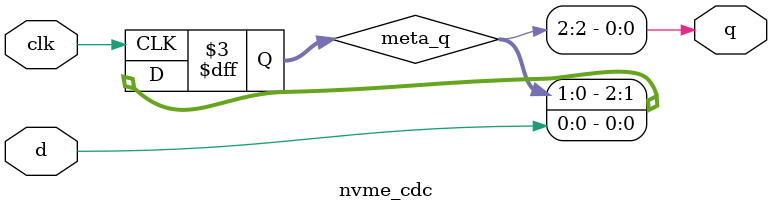
<source format=v>

module nvme_cdc#(
                 parameter stages = 3
                 )
   (
    input  clk,
    input  d,
    output q
    );
  
   (* ASYNC_REG="TRUE",SHIFT_EXTRACT = "NO" *) reg [stages-1:0] meta_q = 2'b00; 
   always @(posedge clk)
     begin
        meta_q <= { meta_q[stages-2:0],d};
     end

   assign q = meta_q[stages-1];
endmodule // nvme_cdc

</source>
